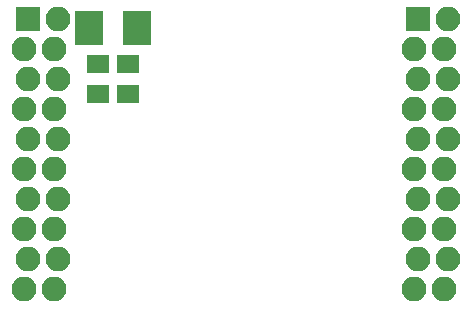
<source format=gbs>
G04 #@! TF.GenerationSoftware,KiCad,Pcbnew,no-vcs-found-08c4a0b~58~ubuntu16.04.1*
G04 #@! TF.CreationDate,2017-08-29T22:54:34+03:00*
G04 #@! TF.ProjectId,Bitsoko-ESP32-module-v2,426974736F6B6F2D45535033322D6D6F,1*
G04 #@! TF.SameCoordinates,Original
G04 #@! TF.FileFunction,Soldermask,Bot*
G04 #@! TF.FilePolarity,Negative*
%FSLAX46Y46*%
G04 Gerber Fmt 4.6, Leading zero omitted, Abs format (unit mm)*
G04 Created by KiCad (PCBNEW no-vcs-found-08c4a0b~58~ubuntu16.04.1) date Tue Aug 29 22:54:34 2017*
%MOMM*%
%LPD*%
G01*
G04 APERTURE LIST*
%ADD10R,1.900000X1.650000*%
%ADD11R,2.400000X2.900000*%
%ADD12O,2.100000X2.100000*%
%ADD13R,2.100000X2.100000*%
G04 APERTURE END LIST*
D10*
X130536000Y-85090000D03*
X128036000Y-85090000D03*
X128036000Y-82550000D03*
X130536000Y-82550000D03*
D11*
X127286000Y-79502000D03*
X131286000Y-79502000D03*
D12*
X124256800Y-101600000D03*
X121716800Y-101600000D03*
X124663200Y-99060000D03*
X122123200Y-99060000D03*
X124256800Y-96520000D03*
X121716800Y-96520000D03*
X124663200Y-93980000D03*
X122123200Y-93980000D03*
X124256800Y-91440000D03*
X121716800Y-91440000D03*
X124663200Y-88900000D03*
X122123200Y-88900000D03*
X124256800Y-86360000D03*
X121716800Y-86360000D03*
X124663200Y-83820000D03*
X122123200Y-83820000D03*
X124256800Y-81280000D03*
X121716800Y-81280000D03*
X124663200Y-78740000D03*
D13*
X122123200Y-78740000D03*
X155143200Y-78740000D03*
D12*
X157683200Y-78740000D03*
X154736800Y-81280000D03*
X157276800Y-81280000D03*
X155143200Y-83820000D03*
X157683200Y-83820000D03*
X154736800Y-86360000D03*
X157276800Y-86360000D03*
X155143200Y-88900000D03*
X157683200Y-88900000D03*
X154736800Y-91440000D03*
X157276800Y-91440000D03*
X155143200Y-93980000D03*
X157683200Y-93980000D03*
X154736800Y-96520000D03*
X157276800Y-96520000D03*
X155143200Y-99060000D03*
X157683200Y-99060000D03*
X154736800Y-101600000D03*
X157276800Y-101600000D03*
M02*

</source>
